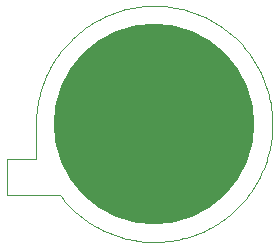
<source format=gtp>
G75*
%MOIN*%
%OFA0B0*%
%FSLAX25Y25*%
%IPPOS*%
%LPD*%
%AMOC8*
5,1,8,0,0,1.08239X$1,22.5*
%
%ADD10C,0.00000*%
%ADD11C,0.66929*%
D10*
X0005593Y0016998D02*
X0005593Y0028809D01*
X0015436Y0028809D01*
X0015436Y0040620D01*
X0023310Y0016998D02*
X0005593Y0016998D01*
X0023310Y0016998D02*
X0023899Y0016233D01*
X0024506Y0015482D01*
X0025131Y0014747D01*
X0025775Y0014027D01*
X0026435Y0013324D01*
X0027113Y0012636D01*
X0027807Y0011966D01*
X0028518Y0011312D01*
X0029245Y0010677D01*
X0029986Y0010059D01*
X0030743Y0009459D01*
X0031514Y0008879D01*
X0032300Y0008317D01*
X0033098Y0007775D01*
X0033910Y0007253D01*
X0034735Y0006751D01*
X0035571Y0006269D01*
X0036419Y0005807D01*
X0037278Y0005367D01*
X0038148Y0004948D01*
X0039027Y0004550D01*
X0039916Y0004174D01*
X0040814Y0003820D01*
X0041721Y0003488D01*
X0042635Y0003178D01*
X0043557Y0002891D01*
X0044485Y0002627D01*
X0045420Y0002385D01*
X0046360Y0002167D01*
X0047306Y0001971D01*
X0048255Y0001799D01*
X0049209Y0001650D01*
X0050166Y0001524D01*
X0051126Y0001422D01*
X0052088Y0001344D01*
X0053052Y0001289D01*
X0054017Y0001258D01*
X0054982Y0001250D01*
X0055948Y0001267D01*
X0056912Y0001306D01*
X0057875Y0001370D01*
X0058837Y0001457D01*
X0059796Y0001567D01*
X0060752Y0001702D01*
X0061704Y0001859D01*
X0062652Y0002040D01*
X0063596Y0002244D01*
X0064534Y0002471D01*
X0065467Y0002721D01*
X0066393Y0002994D01*
X0067312Y0003289D01*
X0068223Y0003607D01*
X0069127Y0003947D01*
X0070021Y0004309D01*
X0070907Y0004693D01*
X0071783Y0005099D01*
X0072649Y0005525D01*
X0073504Y0005974D01*
X0074348Y0006442D01*
X0075180Y0006932D01*
X0076000Y0007441D01*
X0076807Y0007971D01*
X0077601Y0008520D01*
X0078381Y0009089D01*
X0079147Y0009676D01*
X0079898Y0010282D01*
X0080635Y0010907D01*
X0081355Y0011549D01*
X0082060Y0012209D01*
X0082749Y0012885D01*
X0083420Y0013579D01*
X0084074Y0014288D01*
X0084711Y0015014D01*
X0085330Y0015755D01*
X0085931Y0016511D01*
X0086512Y0017281D01*
X0087075Y0018065D01*
X0087618Y0018863D01*
X0088142Y0019674D01*
X0088645Y0020498D01*
X0089129Y0021334D01*
X0089591Y0022181D01*
X0090033Y0023039D01*
X0090453Y0023908D01*
X0090852Y0024787D01*
X0091230Y0025676D01*
X0091585Y0026574D01*
X0091918Y0027480D01*
X0092229Y0028393D01*
X0092518Y0029315D01*
X0092784Y0030243D01*
X0093027Y0031177D01*
X0093247Y0032117D01*
X0093444Y0033062D01*
X0093617Y0034011D01*
X0093768Y0034965D01*
X0093895Y0035922D01*
X0093998Y0036882D01*
X0094078Y0037844D01*
X0094134Y0038807D01*
X0094167Y0039772D01*
X0094176Y0040738D01*
X0094161Y0041703D01*
X0094123Y0042667D01*
X0094061Y0043631D01*
X0093975Y0044592D01*
X0093866Y0045551D01*
X0093733Y0046508D01*
X0093577Y0047460D01*
X0093398Y0048409D01*
X0093195Y0049353D01*
X0092970Y0050291D01*
X0092721Y0051224D01*
X0092450Y0052150D01*
X0092156Y0053070D01*
X0091839Y0053982D01*
X0091500Y0054886D01*
X0091140Y0055781D01*
X0090757Y0056667D01*
X0090353Y0057544D01*
X0089927Y0058411D01*
X0089480Y0059266D01*
X0089013Y0060111D01*
X0088525Y0060944D01*
X0088016Y0061764D01*
X0087488Y0062572D01*
X0086940Y0063367D01*
X0086372Y0064148D01*
X0085786Y0064915D01*
X0085181Y0065667D01*
X0084558Y0066404D01*
X0083917Y0067126D01*
X0083258Y0067832D01*
X0082582Y0068521D01*
X0081890Y0069194D01*
X0081181Y0069849D01*
X0080457Y0070487D01*
X0079717Y0071107D01*
X0078962Y0071709D01*
X0078192Y0072291D01*
X0077409Y0072855D01*
X0076612Y0073400D01*
X0075801Y0073925D01*
X0074978Y0074429D01*
X0074143Y0074914D01*
X0073297Y0075378D01*
X0072439Y0075820D01*
X0071571Y0076242D01*
X0070692Y0076643D01*
X0069804Y0077021D01*
X0068907Y0077378D01*
X0068002Y0077713D01*
X0067088Y0078025D01*
X0066168Y0078315D01*
X0065240Y0078582D01*
X0064306Y0078827D01*
X0063367Y0079048D01*
X0062422Y0079246D01*
X0061473Y0079421D01*
X0060519Y0079573D01*
X0059562Y0079702D01*
X0058603Y0079806D01*
X0057641Y0079888D01*
X0056677Y0079946D01*
X0055713Y0079980D01*
X0054747Y0079990D01*
X0053782Y0079977D01*
X0052817Y0079940D01*
X0051854Y0079879D01*
X0050892Y0079795D01*
X0049933Y0079687D01*
X0048977Y0079556D01*
X0048024Y0079401D01*
X0047075Y0079223D01*
X0046131Y0079022D01*
X0045192Y0078798D01*
X0044259Y0078551D01*
X0043332Y0078281D01*
X0042412Y0077988D01*
X0041499Y0077673D01*
X0040595Y0077336D01*
X0039699Y0076976D01*
X0038812Y0076595D01*
X0037935Y0076192D01*
X0037068Y0075768D01*
X0036211Y0075322D01*
X0035366Y0074856D01*
X0034533Y0074369D01*
X0033711Y0073862D01*
X0032903Y0073335D01*
X0032107Y0072788D01*
X0031325Y0072221D01*
X0030558Y0071636D01*
X0029804Y0071032D01*
X0029066Y0070410D01*
X0028344Y0069770D01*
X0027637Y0069113D01*
X0026946Y0068438D01*
X0026273Y0067747D01*
X0025616Y0067039D01*
X0024977Y0066315D01*
X0024356Y0065576D01*
X0023754Y0064822D01*
X0023170Y0064053D01*
X0022604Y0063271D01*
X0022059Y0062474D01*
X0021533Y0061665D01*
X0021027Y0060843D01*
X0020541Y0060009D01*
X0020076Y0059163D01*
X0019632Y0058306D01*
X0019209Y0057438D01*
X0018807Y0056560D01*
X0018427Y0055673D01*
X0018069Y0054776D01*
X0017733Y0053871D01*
X0017419Y0052958D01*
X0017128Y0052038D01*
X0016859Y0051111D01*
X0016614Y0050177D01*
X0016391Y0049238D01*
X0016191Y0048294D01*
X0016015Y0047344D01*
X0015861Y0046391D01*
X0015732Y0045435D01*
X0015625Y0044475D01*
X0015542Y0043513D01*
X0015483Y0042550D01*
X0015448Y0041585D01*
X0015436Y0040620D01*
D11*
X0054806Y0040620D03*
M02*

</source>
